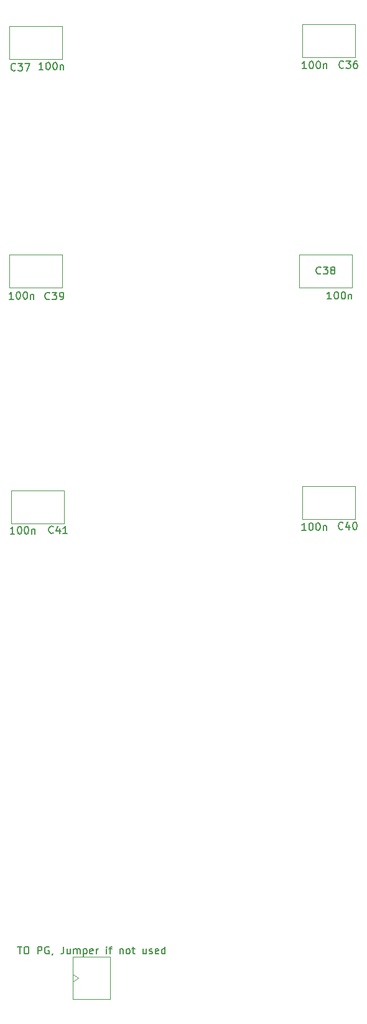
<source format=gbr>
%TF.GenerationSoftware,KiCad,Pcbnew,(5.1.7)-1*%
%TF.CreationDate,2023-03-08T08:19:24+00:00*%
%TF.ProjectId,KOSMO-POLY6-PICO-DCO-MB,4b4f534d-4f2d-4504-9f4c-59362d504943,v0.1.1*%
%TF.SameCoordinates,Original*%
%TF.FileFunction,Other,Fab,Top*%
%FSLAX46Y46*%
G04 Gerber Fmt 4.6, Leading zero omitted, Abs format (unit mm)*
G04 Created by KiCad (PCBNEW (5.1.7)-1) date 2023-03-08 08:19:24*
%MOMM*%
%LPD*%
G01*
G04 APERTURE LIST*
%ADD10C,0.100000*%
%ADD11C,0.150000*%
G04 APERTURE END LIST*
D10*
%TO.C,PG1*%
X91959107Y-176111000D02*
X91252000Y-176611000D01*
X91252000Y-175611000D02*
X91959107Y-176111000D01*
X96332000Y-173191000D02*
X91252000Y-173191000D01*
X96332000Y-178991000D02*
X96332000Y-173191000D01*
X91252000Y-178991000D02*
X96332000Y-178991000D01*
X91252000Y-173191000D02*
X91252000Y-178991000D01*
%TO.C,C41*%
X82863000Y-109765000D02*
X82863000Y-114265000D01*
X82863000Y-114265000D02*
X90063000Y-114265000D01*
X90063000Y-114265000D02*
X90063000Y-109765000D01*
X90063000Y-109765000D02*
X82863000Y-109765000D01*
%TO.C,C40*%
X122444000Y-109166000D02*
X122444000Y-113666000D01*
X122444000Y-113666000D02*
X129644000Y-113666000D01*
X129644000Y-113666000D02*
X129644000Y-109166000D01*
X129644000Y-109166000D02*
X122444000Y-109166000D01*
%TO.C,C39*%
X82561000Y-77693000D02*
X82561000Y-82193000D01*
X82561000Y-82193000D02*
X89761000Y-82193000D01*
X89761000Y-82193000D02*
X89761000Y-77693000D01*
X89761000Y-77693000D02*
X82561000Y-77693000D01*
%TO.C,C38*%
X122031000Y-77670000D02*
X122031000Y-82170000D01*
X122031000Y-82170000D02*
X129231000Y-82170000D01*
X129231000Y-82170000D02*
X129231000Y-77670000D01*
X129231000Y-77670000D02*
X122031000Y-77670000D01*
%TO.C,C37*%
X82611000Y-46638000D02*
X82611000Y-51138000D01*
X82611000Y-51138000D02*
X89811000Y-51138000D01*
X89811000Y-51138000D02*
X89811000Y-46638000D01*
X89811000Y-46638000D02*
X82611000Y-46638000D01*
%TO.C,C36*%
X122475000Y-46398000D02*
X122475000Y-50898000D01*
X122475000Y-50898000D02*
X129675000Y-50898000D01*
X129675000Y-50898000D02*
X129675000Y-46398000D01*
X129675000Y-46398000D02*
X122475000Y-46398000D01*
%TD*%
%TO.C,PG1*%
D11*
X83731761Y-171821380D02*
X84303190Y-171821380D01*
X84017476Y-172821380D02*
X84017476Y-171821380D01*
X84827000Y-171821380D02*
X85017476Y-171821380D01*
X85112714Y-171869000D01*
X85207952Y-171964238D01*
X85255571Y-172154714D01*
X85255571Y-172488047D01*
X85207952Y-172678523D01*
X85112714Y-172773761D01*
X85017476Y-172821380D01*
X84827000Y-172821380D01*
X84731761Y-172773761D01*
X84636523Y-172678523D01*
X84588904Y-172488047D01*
X84588904Y-172154714D01*
X84636523Y-171964238D01*
X84731761Y-171869000D01*
X84827000Y-171821380D01*
X86446047Y-172821380D02*
X86446047Y-171821380D01*
X86827000Y-171821380D01*
X86922238Y-171869000D01*
X86969857Y-171916619D01*
X87017476Y-172011857D01*
X87017476Y-172154714D01*
X86969857Y-172249952D01*
X86922238Y-172297571D01*
X86827000Y-172345190D01*
X86446047Y-172345190D01*
X87969857Y-171869000D02*
X87874619Y-171821380D01*
X87731761Y-171821380D01*
X87588904Y-171869000D01*
X87493666Y-171964238D01*
X87446047Y-172059476D01*
X87398428Y-172249952D01*
X87398428Y-172392809D01*
X87446047Y-172583285D01*
X87493666Y-172678523D01*
X87588904Y-172773761D01*
X87731761Y-172821380D01*
X87827000Y-172821380D01*
X87969857Y-172773761D01*
X88017476Y-172726142D01*
X88017476Y-172392809D01*
X87827000Y-172392809D01*
X88493666Y-172773761D02*
X88493666Y-172821380D01*
X88446047Y-172916619D01*
X88398428Y-172964238D01*
X89969857Y-171821380D02*
X89969857Y-172535666D01*
X89922238Y-172678523D01*
X89827000Y-172773761D01*
X89684142Y-172821380D01*
X89588904Y-172821380D01*
X90874619Y-172154714D02*
X90874619Y-172821380D01*
X90446047Y-172154714D02*
X90446047Y-172678523D01*
X90493666Y-172773761D01*
X90588904Y-172821380D01*
X90731761Y-172821380D01*
X90827000Y-172773761D01*
X90874619Y-172726142D01*
X91350809Y-172821380D02*
X91350809Y-172154714D01*
X91350809Y-172249952D02*
X91398428Y-172202333D01*
X91493666Y-172154714D01*
X91636523Y-172154714D01*
X91731761Y-172202333D01*
X91779380Y-172297571D01*
X91779380Y-172821380D01*
X91779380Y-172297571D02*
X91827000Y-172202333D01*
X91922238Y-172154714D01*
X92065095Y-172154714D01*
X92160333Y-172202333D01*
X92207952Y-172297571D01*
X92207952Y-172821380D01*
X92684142Y-172154714D02*
X92684142Y-173154714D01*
X92684142Y-172202333D02*
X92779380Y-172154714D01*
X92969857Y-172154714D01*
X93065095Y-172202333D01*
X93112714Y-172249952D01*
X93160333Y-172345190D01*
X93160333Y-172630904D01*
X93112714Y-172726142D01*
X93065095Y-172773761D01*
X92969857Y-172821380D01*
X92779380Y-172821380D01*
X92684142Y-172773761D01*
X93969857Y-172773761D02*
X93874619Y-172821380D01*
X93684142Y-172821380D01*
X93588904Y-172773761D01*
X93541285Y-172678523D01*
X93541285Y-172297571D01*
X93588904Y-172202333D01*
X93684142Y-172154714D01*
X93874619Y-172154714D01*
X93969857Y-172202333D01*
X94017476Y-172297571D01*
X94017476Y-172392809D01*
X93541285Y-172488047D01*
X94446047Y-172821380D02*
X94446047Y-172154714D01*
X94446047Y-172345190D02*
X94493666Y-172249952D01*
X94541285Y-172202333D01*
X94636523Y-172154714D01*
X94731761Y-172154714D01*
X95827000Y-172821380D02*
X95827000Y-172154714D01*
X95827000Y-171821380D02*
X95779380Y-171869000D01*
X95827000Y-171916619D01*
X95874619Y-171869000D01*
X95827000Y-171821380D01*
X95827000Y-171916619D01*
X96160333Y-172154714D02*
X96541285Y-172154714D01*
X96303190Y-172821380D02*
X96303190Y-171964238D01*
X96350809Y-171869000D01*
X96446047Y-171821380D01*
X96541285Y-171821380D01*
X97636523Y-172154714D02*
X97636523Y-172821380D01*
X97636523Y-172249952D02*
X97684142Y-172202333D01*
X97779380Y-172154714D01*
X97922238Y-172154714D01*
X98017476Y-172202333D01*
X98065095Y-172297571D01*
X98065095Y-172821380D01*
X98684142Y-172821380D02*
X98588904Y-172773761D01*
X98541285Y-172726142D01*
X98493666Y-172630904D01*
X98493666Y-172345190D01*
X98541285Y-172249952D01*
X98588904Y-172202333D01*
X98684142Y-172154714D01*
X98827000Y-172154714D01*
X98922238Y-172202333D01*
X98969857Y-172249952D01*
X99017476Y-172345190D01*
X99017476Y-172630904D01*
X98969857Y-172726142D01*
X98922238Y-172773761D01*
X98827000Y-172821380D01*
X98684142Y-172821380D01*
X99303190Y-172154714D02*
X99684142Y-172154714D01*
X99446047Y-171821380D02*
X99446047Y-172678523D01*
X99493666Y-172773761D01*
X99588904Y-172821380D01*
X99684142Y-172821380D01*
X101207952Y-172154714D02*
X101207952Y-172821380D01*
X100779380Y-172154714D02*
X100779380Y-172678523D01*
X100827000Y-172773761D01*
X100922238Y-172821380D01*
X101065095Y-172821380D01*
X101160333Y-172773761D01*
X101207952Y-172726142D01*
X101636523Y-172773761D02*
X101731761Y-172821380D01*
X101922238Y-172821380D01*
X102017476Y-172773761D01*
X102065095Y-172678523D01*
X102065095Y-172630904D01*
X102017476Y-172535666D01*
X101922238Y-172488047D01*
X101779380Y-172488047D01*
X101684142Y-172440428D01*
X101636523Y-172345190D01*
X101636523Y-172297571D01*
X101684142Y-172202333D01*
X101779380Y-172154714D01*
X101922238Y-172154714D01*
X102017476Y-172202333D01*
X102874619Y-172773761D02*
X102779380Y-172821380D01*
X102588904Y-172821380D01*
X102493666Y-172773761D01*
X102446047Y-172678523D01*
X102446047Y-172297571D01*
X102493666Y-172202333D01*
X102588904Y-172154714D01*
X102779380Y-172154714D01*
X102874619Y-172202333D01*
X102922238Y-172297571D01*
X102922238Y-172392809D01*
X102446047Y-172488047D01*
X103779380Y-172821380D02*
X103779380Y-171821380D01*
X103779380Y-172773761D02*
X103684142Y-172821380D01*
X103493666Y-172821380D01*
X103398428Y-172773761D01*
X103350809Y-172726142D01*
X103303190Y-172630904D01*
X103303190Y-172345190D01*
X103350809Y-172249952D01*
X103398428Y-172202333D01*
X103493666Y-172154714D01*
X103684142Y-172154714D01*
X103779380Y-172202333D01*
%TO.C,C41*%
X83308952Y-115701380D02*
X82737523Y-115701380D01*
X83023238Y-115701380D02*
X83023238Y-114701380D01*
X82928000Y-114844238D01*
X82832761Y-114939476D01*
X82737523Y-114987095D01*
X83928000Y-114701380D02*
X84023238Y-114701380D01*
X84118476Y-114749000D01*
X84166095Y-114796619D01*
X84213714Y-114891857D01*
X84261333Y-115082333D01*
X84261333Y-115320428D01*
X84213714Y-115510904D01*
X84166095Y-115606142D01*
X84118476Y-115653761D01*
X84023238Y-115701380D01*
X83928000Y-115701380D01*
X83832761Y-115653761D01*
X83785142Y-115606142D01*
X83737523Y-115510904D01*
X83689904Y-115320428D01*
X83689904Y-115082333D01*
X83737523Y-114891857D01*
X83785142Y-114796619D01*
X83832761Y-114749000D01*
X83928000Y-114701380D01*
X84880380Y-114701380D02*
X84975619Y-114701380D01*
X85070857Y-114749000D01*
X85118476Y-114796619D01*
X85166095Y-114891857D01*
X85213714Y-115082333D01*
X85213714Y-115320428D01*
X85166095Y-115510904D01*
X85118476Y-115606142D01*
X85070857Y-115653761D01*
X84975619Y-115701380D01*
X84880380Y-115701380D01*
X84785142Y-115653761D01*
X84737523Y-115606142D01*
X84689904Y-115510904D01*
X84642285Y-115320428D01*
X84642285Y-115082333D01*
X84689904Y-114891857D01*
X84737523Y-114796619D01*
X84785142Y-114749000D01*
X84880380Y-114701380D01*
X85642285Y-115034714D02*
X85642285Y-115701380D01*
X85642285Y-115129952D02*
X85689904Y-115082333D01*
X85785142Y-115034714D01*
X85928000Y-115034714D01*
X86023238Y-115082333D01*
X86070857Y-115177571D01*
X86070857Y-115701380D01*
X88577142Y-115548142D02*
X88529523Y-115595761D01*
X88386666Y-115643380D01*
X88291428Y-115643380D01*
X88148571Y-115595761D01*
X88053333Y-115500523D01*
X88005714Y-115405285D01*
X87958095Y-115214809D01*
X87958095Y-115071952D01*
X88005714Y-114881476D01*
X88053333Y-114786238D01*
X88148571Y-114691000D01*
X88291428Y-114643380D01*
X88386666Y-114643380D01*
X88529523Y-114691000D01*
X88577142Y-114738619D01*
X89434285Y-114976714D02*
X89434285Y-115643380D01*
X89196190Y-114595761D02*
X88958095Y-115310047D01*
X89577142Y-115310047D01*
X90481904Y-115643380D02*
X89910476Y-115643380D01*
X90196190Y-115643380D02*
X90196190Y-114643380D01*
X90100952Y-114786238D01*
X90005714Y-114881476D01*
X89910476Y-114929095D01*
%TO.C,C40*%
X122977952Y-115203380D02*
X122406523Y-115203380D01*
X122692238Y-115203380D02*
X122692238Y-114203380D01*
X122597000Y-114346238D01*
X122501761Y-114441476D01*
X122406523Y-114489095D01*
X123597000Y-114203380D02*
X123692238Y-114203380D01*
X123787476Y-114251000D01*
X123835095Y-114298619D01*
X123882714Y-114393857D01*
X123930333Y-114584333D01*
X123930333Y-114822428D01*
X123882714Y-115012904D01*
X123835095Y-115108142D01*
X123787476Y-115155761D01*
X123692238Y-115203380D01*
X123597000Y-115203380D01*
X123501761Y-115155761D01*
X123454142Y-115108142D01*
X123406523Y-115012904D01*
X123358904Y-114822428D01*
X123358904Y-114584333D01*
X123406523Y-114393857D01*
X123454142Y-114298619D01*
X123501761Y-114251000D01*
X123597000Y-114203380D01*
X124549380Y-114203380D02*
X124644619Y-114203380D01*
X124739857Y-114251000D01*
X124787476Y-114298619D01*
X124835095Y-114393857D01*
X124882714Y-114584333D01*
X124882714Y-114822428D01*
X124835095Y-115012904D01*
X124787476Y-115108142D01*
X124739857Y-115155761D01*
X124644619Y-115203380D01*
X124549380Y-115203380D01*
X124454142Y-115155761D01*
X124406523Y-115108142D01*
X124358904Y-115012904D01*
X124311285Y-114822428D01*
X124311285Y-114584333D01*
X124358904Y-114393857D01*
X124406523Y-114298619D01*
X124454142Y-114251000D01*
X124549380Y-114203380D01*
X125311285Y-114536714D02*
X125311285Y-115203380D01*
X125311285Y-114631952D02*
X125358904Y-114584333D01*
X125454142Y-114536714D01*
X125597000Y-114536714D01*
X125692238Y-114584333D01*
X125739857Y-114679571D01*
X125739857Y-115203380D01*
X128002142Y-115010142D02*
X127954523Y-115057761D01*
X127811666Y-115105380D01*
X127716428Y-115105380D01*
X127573571Y-115057761D01*
X127478333Y-114962523D01*
X127430714Y-114867285D01*
X127383095Y-114676809D01*
X127383095Y-114533952D01*
X127430714Y-114343476D01*
X127478333Y-114248238D01*
X127573571Y-114153000D01*
X127716428Y-114105380D01*
X127811666Y-114105380D01*
X127954523Y-114153000D01*
X128002142Y-114200619D01*
X128859285Y-114438714D02*
X128859285Y-115105380D01*
X128621190Y-114057761D02*
X128383095Y-114772047D01*
X129002142Y-114772047D01*
X129573571Y-114105380D02*
X129668809Y-114105380D01*
X129764047Y-114153000D01*
X129811666Y-114200619D01*
X129859285Y-114295857D01*
X129906904Y-114486333D01*
X129906904Y-114724428D01*
X129859285Y-114914904D01*
X129811666Y-115010142D01*
X129764047Y-115057761D01*
X129668809Y-115105380D01*
X129573571Y-115105380D01*
X129478333Y-115057761D01*
X129430714Y-115010142D01*
X129383095Y-114914904D01*
X129335476Y-114724428D01*
X129335476Y-114486333D01*
X129383095Y-114295857D01*
X129430714Y-114200619D01*
X129478333Y-114153000D01*
X129573571Y-114105380D01*
%TO.C,C39*%
X83155952Y-83772380D02*
X82584523Y-83772380D01*
X82870238Y-83772380D02*
X82870238Y-82772380D01*
X82775000Y-82915238D01*
X82679761Y-83010476D01*
X82584523Y-83058095D01*
X83775000Y-82772380D02*
X83870238Y-82772380D01*
X83965476Y-82820000D01*
X84013095Y-82867619D01*
X84060714Y-82962857D01*
X84108333Y-83153333D01*
X84108333Y-83391428D01*
X84060714Y-83581904D01*
X84013095Y-83677142D01*
X83965476Y-83724761D01*
X83870238Y-83772380D01*
X83775000Y-83772380D01*
X83679761Y-83724761D01*
X83632142Y-83677142D01*
X83584523Y-83581904D01*
X83536904Y-83391428D01*
X83536904Y-83153333D01*
X83584523Y-82962857D01*
X83632142Y-82867619D01*
X83679761Y-82820000D01*
X83775000Y-82772380D01*
X84727380Y-82772380D02*
X84822619Y-82772380D01*
X84917857Y-82820000D01*
X84965476Y-82867619D01*
X85013095Y-82962857D01*
X85060714Y-83153333D01*
X85060714Y-83391428D01*
X85013095Y-83581904D01*
X84965476Y-83677142D01*
X84917857Y-83724761D01*
X84822619Y-83772380D01*
X84727380Y-83772380D01*
X84632142Y-83724761D01*
X84584523Y-83677142D01*
X84536904Y-83581904D01*
X84489285Y-83391428D01*
X84489285Y-83153333D01*
X84536904Y-82962857D01*
X84584523Y-82867619D01*
X84632142Y-82820000D01*
X84727380Y-82772380D01*
X85489285Y-83105714D02*
X85489285Y-83772380D01*
X85489285Y-83200952D02*
X85536904Y-83153333D01*
X85632142Y-83105714D01*
X85775000Y-83105714D01*
X85870238Y-83153333D01*
X85917857Y-83248571D01*
X85917857Y-83772380D01*
X88074142Y-83738142D02*
X88026523Y-83785761D01*
X87883666Y-83833380D01*
X87788428Y-83833380D01*
X87645571Y-83785761D01*
X87550333Y-83690523D01*
X87502714Y-83595285D01*
X87455095Y-83404809D01*
X87455095Y-83261952D01*
X87502714Y-83071476D01*
X87550333Y-82976238D01*
X87645571Y-82881000D01*
X87788428Y-82833380D01*
X87883666Y-82833380D01*
X88026523Y-82881000D01*
X88074142Y-82928619D01*
X88407476Y-82833380D02*
X89026523Y-82833380D01*
X88693190Y-83214333D01*
X88836047Y-83214333D01*
X88931285Y-83261952D01*
X88978904Y-83309571D01*
X89026523Y-83404809D01*
X89026523Y-83642904D01*
X88978904Y-83738142D01*
X88931285Y-83785761D01*
X88836047Y-83833380D01*
X88550333Y-83833380D01*
X88455095Y-83785761D01*
X88407476Y-83738142D01*
X89502714Y-83833380D02*
X89693190Y-83833380D01*
X89788428Y-83785761D01*
X89836047Y-83738142D01*
X89931285Y-83595285D01*
X89978904Y-83404809D01*
X89978904Y-83023857D01*
X89931285Y-82928619D01*
X89883666Y-82881000D01*
X89788428Y-82833380D01*
X89597952Y-82833380D01*
X89502714Y-82881000D01*
X89455095Y-82928619D01*
X89407476Y-83023857D01*
X89407476Y-83261952D01*
X89455095Y-83357190D01*
X89502714Y-83404809D01*
X89597952Y-83452428D01*
X89788428Y-83452428D01*
X89883666Y-83404809D01*
X89931285Y-83357190D01*
X89978904Y-83261952D01*
%TO.C,C38*%
X126435952Y-83762380D02*
X125864523Y-83762380D01*
X126150238Y-83762380D02*
X126150238Y-82762380D01*
X126055000Y-82905238D01*
X125959761Y-83000476D01*
X125864523Y-83048095D01*
X127055000Y-82762380D02*
X127150238Y-82762380D01*
X127245476Y-82810000D01*
X127293095Y-82857619D01*
X127340714Y-82952857D01*
X127388333Y-83143333D01*
X127388333Y-83381428D01*
X127340714Y-83571904D01*
X127293095Y-83667142D01*
X127245476Y-83714761D01*
X127150238Y-83762380D01*
X127055000Y-83762380D01*
X126959761Y-83714761D01*
X126912142Y-83667142D01*
X126864523Y-83571904D01*
X126816904Y-83381428D01*
X126816904Y-83143333D01*
X126864523Y-82952857D01*
X126912142Y-82857619D01*
X126959761Y-82810000D01*
X127055000Y-82762380D01*
X128007380Y-82762380D02*
X128102619Y-82762380D01*
X128197857Y-82810000D01*
X128245476Y-82857619D01*
X128293095Y-82952857D01*
X128340714Y-83143333D01*
X128340714Y-83381428D01*
X128293095Y-83571904D01*
X128245476Y-83667142D01*
X128197857Y-83714761D01*
X128102619Y-83762380D01*
X128007380Y-83762380D01*
X127912142Y-83714761D01*
X127864523Y-83667142D01*
X127816904Y-83571904D01*
X127769285Y-83381428D01*
X127769285Y-83143333D01*
X127816904Y-82952857D01*
X127864523Y-82857619D01*
X127912142Y-82810000D01*
X128007380Y-82762380D01*
X128769285Y-83095714D02*
X128769285Y-83762380D01*
X128769285Y-83190952D02*
X128816904Y-83143333D01*
X128912142Y-83095714D01*
X129055000Y-83095714D01*
X129150238Y-83143333D01*
X129197857Y-83238571D01*
X129197857Y-83762380D01*
X124988142Y-80277142D02*
X124940523Y-80324761D01*
X124797666Y-80372380D01*
X124702428Y-80372380D01*
X124559571Y-80324761D01*
X124464333Y-80229523D01*
X124416714Y-80134285D01*
X124369095Y-79943809D01*
X124369095Y-79800952D01*
X124416714Y-79610476D01*
X124464333Y-79515238D01*
X124559571Y-79420000D01*
X124702428Y-79372380D01*
X124797666Y-79372380D01*
X124940523Y-79420000D01*
X124988142Y-79467619D01*
X125321476Y-79372380D02*
X125940523Y-79372380D01*
X125607190Y-79753333D01*
X125750047Y-79753333D01*
X125845285Y-79800952D01*
X125892904Y-79848571D01*
X125940523Y-79943809D01*
X125940523Y-80181904D01*
X125892904Y-80277142D01*
X125845285Y-80324761D01*
X125750047Y-80372380D01*
X125464333Y-80372380D01*
X125369095Y-80324761D01*
X125321476Y-80277142D01*
X126511952Y-79800952D02*
X126416714Y-79753333D01*
X126369095Y-79705714D01*
X126321476Y-79610476D01*
X126321476Y-79562857D01*
X126369095Y-79467619D01*
X126416714Y-79420000D01*
X126511952Y-79372380D01*
X126702428Y-79372380D01*
X126797666Y-79420000D01*
X126845285Y-79467619D01*
X126892904Y-79562857D01*
X126892904Y-79610476D01*
X126845285Y-79705714D01*
X126797666Y-79753333D01*
X126702428Y-79800952D01*
X126511952Y-79800952D01*
X126416714Y-79848571D01*
X126369095Y-79896190D01*
X126321476Y-79991428D01*
X126321476Y-80181904D01*
X126369095Y-80277142D01*
X126416714Y-80324761D01*
X126511952Y-80372380D01*
X126702428Y-80372380D01*
X126797666Y-80324761D01*
X126845285Y-80277142D01*
X126892904Y-80181904D01*
X126892904Y-79991428D01*
X126845285Y-79896190D01*
X126797666Y-79848571D01*
X126702428Y-79800952D01*
%TO.C,C37*%
X87190952Y-52553380D02*
X86619523Y-52553380D01*
X86905238Y-52553380D02*
X86905238Y-51553380D01*
X86810000Y-51696238D01*
X86714761Y-51791476D01*
X86619523Y-51839095D01*
X87810000Y-51553380D02*
X87905238Y-51553380D01*
X88000476Y-51601000D01*
X88048095Y-51648619D01*
X88095714Y-51743857D01*
X88143333Y-51934333D01*
X88143333Y-52172428D01*
X88095714Y-52362904D01*
X88048095Y-52458142D01*
X88000476Y-52505761D01*
X87905238Y-52553380D01*
X87810000Y-52553380D01*
X87714761Y-52505761D01*
X87667142Y-52458142D01*
X87619523Y-52362904D01*
X87571904Y-52172428D01*
X87571904Y-51934333D01*
X87619523Y-51743857D01*
X87667142Y-51648619D01*
X87714761Y-51601000D01*
X87810000Y-51553380D01*
X88762380Y-51553380D02*
X88857619Y-51553380D01*
X88952857Y-51601000D01*
X89000476Y-51648619D01*
X89048095Y-51743857D01*
X89095714Y-51934333D01*
X89095714Y-52172428D01*
X89048095Y-52362904D01*
X89000476Y-52458142D01*
X88952857Y-52505761D01*
X88857619Y-52553380D01*
X88762380Y-52553380D01*
X88667142Y-52505761D01*
X88619523Y-52458142D01*
X88571904Y-52362904D01*
X88524285Y-52172428D01*
X88524285Y-51934333D01*
X88571904Y-51743857D01*
X88619523Y-51648619D01*
X88667142Y-51601000D01*
X88762380Y-51553380D01*
X89524285Y-51886714D02*
X89524285Y-52553380D01*
X89524285Y-51981952D02*
X89571904Y-51934333D01*
X89667142Y-51886714D01*
X89810000Y-51886714D01*
X89905238Y-51934333D01*
X89952857Y-52029571D01*
X89952857Y-52553380D01*
X83433142Y-52604142D02*
X83385523Y-52651761D01*
X83242666Y-52699380D01*
X83147428Y-52699380D01*
X83004571Y-52651761D01*
X82909333Y-52556523D01*
X82861714Y-52461285D01*
X82814095Y-52270809D01*
X82814095Y-52127952D01*
X82861714Y-51937476D01*
X82909333Y-51842238D01*
X83004571Y-51747000D01*
X83147428Y-51699380D01*
X83242666Y-51699380D01*
X83385523Y-51747000D01*
X83433142Y-51794619D01*
X83766476Y-51699380D02*
X84385523Y-51699380D01*
X84052190Y-52080333D01*
X84195047Y-52080333D01*
X84290285Y-52127952D01*
X84337904Y-52175571D01*
X84385523Y-52270809D01*
X84385523Y-52508904D01*
X84337904Y-52604142D01*
X84290285Y-52651761D01*
X84195047Y-52699380D01*
X83909333Y-52699380D01*
X83814095Y-52651761D01*
X83766476Y-52604142D01*
X84718857Y-51699380D02*
X85385523Y-51699380D01*
X84956952Y-52699380D01*
%TO.C,C36*%
X123032952Y-52404380D02*
X122461523Y-52404380D01*
X122747238Y-52404380D02*
X122747238Y-51404380D01*
X122652000Y-51547238D01*
X122556761Y-51642476D01*
X122461523Y-51690095D01*
X123652000Y-51404380D02*
X123747238Y-51404380D01*
X123842476Y-51452000D01*
X123890095Y-51499619D01*
X123937714Y-51594857D01*
X123985333Y-51785333D01*
X123985333Y-52023428D01*
X123937714Y-52213904D01*
X123890095Y-52309142D01*
X123842476Y-52356761D01*
X123747238Y-52404380D01*
X123652000Y-52404380D01*
X123556761Y-52356761D01*
X123509142Y-52309142D01*
X123461523Y-52213904D01*
X123413904Y-52023428D01*
X123413904Y-51785333D01*
X123461523Y-51594857D01*
X123509142Y-51499619D01*
X123556761Y-51452000D01*
X123652000Y-51404380D01*
X124604380Y-51404380D02*
X124699619Y-51404380D01*
X124794857Y-51452000D01*
X124842476Y-51499619D01*
X124890095Y-51594857D01*
X124937714Y-51785333D01*
X124937714Y-52023428D01*
X124890095Y-52213904D01*
X124842476Y-52309142D01*
X124794857Y-52356761D01*
X124699619Y-52404380D01*
X124604380Y-52404380D01*
X124509142Y-52356761D01*
X124461523Y-52309142D01*
X124413904Y-52213904D01*
X124366285Y-52023428D01*
X124366285Y-51785333D01*
X124413904Y-51594857D01*
X124461523Y-51499619D01*
X124509142Y-51452000D01*
X124604380Y-51404380D01*
X125366285Y-51737714D02*
X125366285Y-52404380D01*
X125366285Y-51832952D02*
X125413904Y-51785333D01*
X125509142Y-51737714D01*
X125652000Y-51737714D01*
X125747238Y-51785333D01*
X125794857Y-51880571D01*
X125794857Y-52404380D01*
X128083142Y-52275142D02*
X128035523Y-52322761D01*
X127892666Y-52370380D01*
X127797428Y-52370380D01*
X127654571Y-52322761D01*
X127559333Y-52227523D01*
X127511714Y-52132285D01*
X127464095Y-51941809D01*
X127464095Y-51798952D01*
X127511714Y-51608476D01*
X127559333Y-51513238D01*
X127654571Y-51418000D01*
X127797428Y-51370380D01*
X127892666Y-51370380D01*
X128035523Y-51418000D01*
X128083142Y-51465619D01*
X128416476Y-51370380D02*
X129035523Y-51370380D01*
X128702190Y-51751333D01*
X128845047Y-51751333D01*
X128940285Y-51798952D01*
X128987904Y-51846571D01*
X129035523Y-51941809D01*
X129035523Y-52179904D01*
X128987904Y-52275142D01*
X128940285Y-52322761D01*
X128845047Y-52370380D01*
X128559333Y-52370380D01*
X128464095Y-52322761D01*
X128416476Y-52275142D01*
X129892666Y-51370380D02*
X129702190Y-51370380D01*
X129606952Y-51418000D01*
X129559333Y-51465619D01*
X129464095Y-51608476D01*
X129416476Y-51798952D01*
X129416476Y-52179904D01*
X129464095Y-52275142D01*
X129511714Y-52322761D01*
X129606952Y-52370380D01*
X129797428Y-52370380D01*
X129892666Y-52322761D01*
X129940285Y-52275142D01*
X129987904Y-52179904D01*
X129987904Y-51941809D01*
X129940285Y-51846571D01*
X129892666Y-51798952D01*
X129797428Y-51751333D01*
X129606952Y-51751333D01*
X129511714Y-51798952D01*
X129464095Y-51846571D01*
X129416476Y-51941809D01*
%TD*%
M02*

</source>
